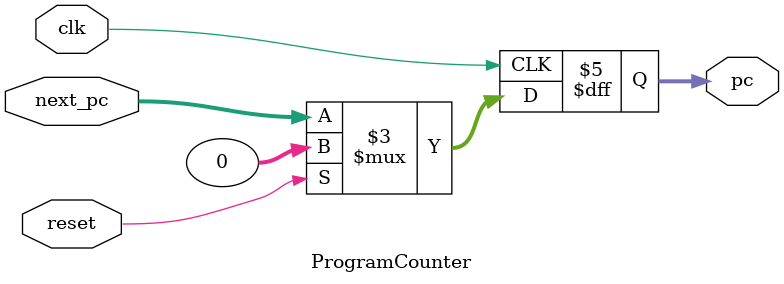
<source format=sv>
module ProgramCounter(
	input logic clk, reset,
	input logic [31:0] next_pc,
	output logic [31:0] pc
);
	
	always_ff @(posedge clk) begin

		if (reset)
			pc <= 32'b0;
		else
			pc <= next_pc;
	end

endmodule
</source>
